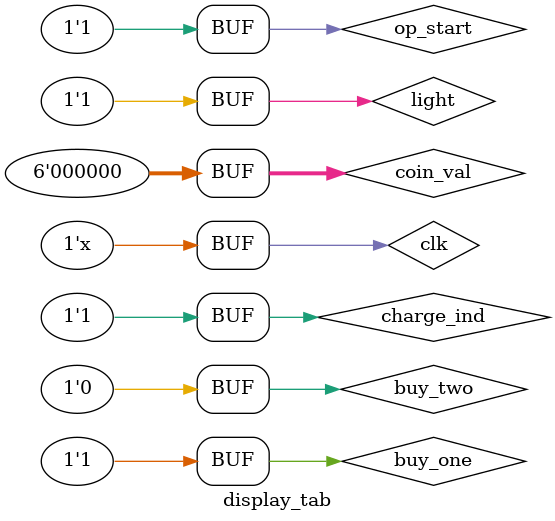
<source format=v>
`timescale 1ns / 1ps


module display_tab();
    
    reg op_start, charge_ind, clk, buy_one, buy_two, light;
    reg [5:0] coin_val;
    wire [7:0] seg, an;
    
    display dut(clk, light, op_start, charge_ind, coin_val,buy_one, buy_two, seg, an);
    
    initial begin
        clk<=0;
        op_start<=0;
        light<=1;
        coin_val<=0;
        charge_ind<=0;
        buy_one<=0;
        buy_two<=0;
        
        #100 coin_val<=1;
        op_start<=1;
        
        #100 coin_val<=2;
        #100 coin_val<=3;
        #100 coin_val<=4;
        #100 coin_val<=5;
        #100 coin_val<=6;
        #100 coin_val<=7;
        #100 coin_val<=12;
        
        #200 buy_one<=1;
        
        #200 charge_ind<=1;
        
        #200 coin_val<=0;
        
        
    end
    
    always #5 clk<=~clk;
    
endmodule

</source>
